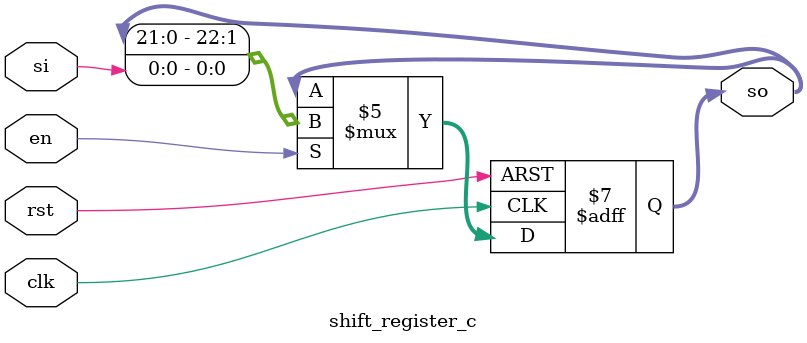
<source format=v>
`timescale 1ps / 1fs

module shift_register_a(
input si, clk, rst, en,
output reg [18:0]so
);

always @(posedge clk,negedge rst)
	if(rst!=1)
		so <= 19'b0000000000000000000;
	else begin 
		if(en==1)
			so <= {so[17:0], si};
		else
			so <= so;
	     end
	
endmodule

module shift_register_b(
input si, clk, rst, en,
output reg [21:0]so
);

always @(posedge clk, negedge rst)
	if(rst!=1)
		so <= 22'b0000000000000000000000;
	else begin 
		if(en==1)
			so <= {so[20:0], si};
		else
			so <= so;
	     end
	
endmodule

module shift_register_c(
input si, clk, rst, en,
output reg [22:0]so
);

always @(posedge clk,negedge rst)
	if(rst!=1)
		so <= 23'b00000000000000000000000;
	else begin 
		if(en==1)
			so <= {so[21:0], si};
		else
			so <= so;
	     end
	
endmodule
</source>
